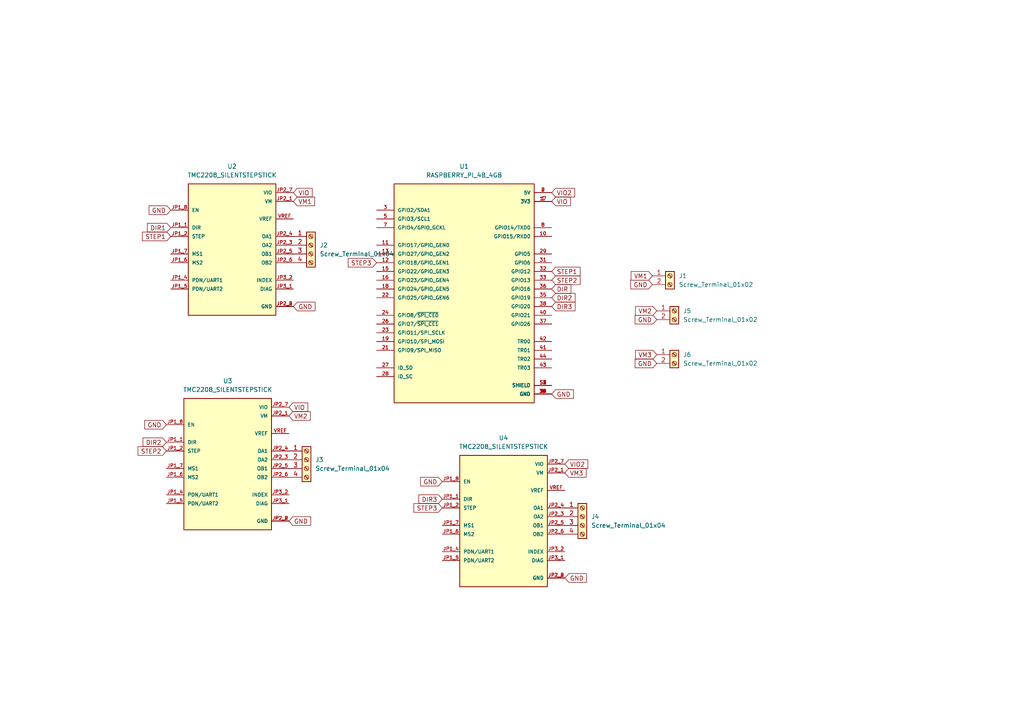
<source format=kicad_sch>
(kicad_sch
	(version 20250114)
	(generator "eeschema")
	(generator_version "9.0")
	(uuid "3d833ca5-6dcb-4c15-9724-4e2ef4fc370a")
	(paper "A4")
	(lib_symbols
		(symbol "Connector:Screw_Terminal_01x02"
			(pin_names
				(offset 1.016)
				(hide yes)
			)
			(exclude_from_sim no)
			(in_bom yes)
			(on_board yes)
			(property "Reference" "J"
				(at 0 2.54 0)
				(effects
					(font
						(size 1.27 1.27)
					)
				)
			)
			(property "Value" "Screw_Terminal_01x02"
				(at 0 -5.08 0)
				(effects
					(font
						(size 1.27 1.27)
					)
				)
			)
			(property "Footprint" ""
				(at 0 0 0)
				(effects
					(font
						(size 1.27 1.27)
					)
					(hide yes)
				)
			)
			(property "Datasheet" "~"
				(at 0 0 0)
				(effects
					(font
						(size 1.27 1.27)
					)
					(hide yes)
				)
			)
			(property "Description" "Generic screw terminal, single row, 01x02, script generated (kicad-library-utils/schlib/autogen/connector/)"
				(at 0 0 0)
				(effects
					(font
						(size 1.27 1.27)
					)
					(hide yes)
				)
			)
			(property "ki_keywords" "screw terminal"
				(at 0 0 0)
				(effects
					(font
						(size 1.27 1.27)
					)
					(hide yes)
				)
			)
			(property "ki_fp_filters" "TerminalBlock*:*"
				(at 0 0 0)
				(effects
					(font
						(size 1.27 1.27)
					)
					(hide yes)
				)
			)
			(symbol "Screw_Terminal_01x02_1_1"
				(rectangle
					(start -1.27 1.27)
					(end 1.27 -3.81)
					(stroke
						(width 0.254)
						(type default)
					)
					(fill
						(type background)
					)
				)
				(polyline
					(pts
						(xy -0.5334 0.3302) (xy 0.3302 -0.508)
					)
					(stroke
						(width 0.1524)
						(type default)
					)
					(fill
						(type none)
					)
				)
				(polyline
					(pts
						(xy -0.5334 -2.2098) (xy 0.3302 -3.048)
					)
					(stroke
						(width 0.1524)
						(type default)
					)
					(fill
						(type none)
					)
				)
				(polyline
					(pts
						(xy -0.3556 0.508) (xy 0.508 -0.3302)
					)
					(stroke
						(width 0.1524)
						(type default)
					)
					(fill
						(type none)
					)
				)
				(polyline
					(pts
						(xy -0.3556 -2.032) (xy 0.508 -2.8702)
					)
					(stroke
						(width 0.1524)
						(type default)
					)
					(fill
						(type none)
					)
				)
				(circle
					(center 0 0)
					(radius 0.635)
					(stroke
						(width 0.1524)
						(type default)
					)
					(fill
						(type none)
					)
				)
				(circle
					(center 0 -2.54)
					(radius 0.635)
					(stroke
						(width 0.1524)
						(type default)
					)
					(fill
						(type none)
					)
				)
				(pin passive line
					(at -5.08 0 0)
					(length 3.81)
					(name "Pin_1"
						(effects
							(font
								(size 1.27 1.27)
							)
						)
					)
					(number "1"
						(effects
							(font
								(size 1.27 1.27)
							)
						)
					)
				)
				(pin passive line
					(at -5.08 -2.54 0)
					(length 3.81)
					(name "Pin_2"
						(effects
							(font
								(size 1.27 1.27)
							)
						)
					)
					(number "2"
						(effects
							(font
								(size 1.27 1.27)
							)
						)
					)
				)
			)
			(embedded_fonts no)
		)
		(symbol "Connector:Screw_Terminal_01x04"
			(pin_names
				(offset 1.016)
				(hide yes)
			)
			(exclude_from_sim no)
			(in_bom yes)
			(on_board yes)
			(property "Reference" "J"
				(at 0 5.08 0)
				(effects
					(font
						(size 1.27 1.27)
					)
				)
			)
			(property "Value" "Screw_Terminal_01x04"
				(at 0 -7.62 0)
				(effects
					(font
						(size 1.27 1.27)
					)
				)
			)
			(property "Footprint" ""
				(at 0 0 0)
				(effects
					(font
						(size 1.27 1.27)
					)
					(hide yes)
				)
			)
			(property "Datasheet" "~"
				(at 0 0 0)
				(effects
					(font
						(size 1.27 1.27)
					)
					(hide yes)
				)
			)
			(property "Description" "Generic screw terminal, single row, 01x04, script generated (kicad-library-utils/schlib/autogen/connector/)"
				(at 0 0 0)
				(effects
					(font
						(size 1.27 1.27)
					)
					(hide yes)
				)
			)
			(property "ki_keywords" "screw terminal"
				(at 0 0 0)
				(effects
					(font
						(size 1.27 1.27)
					)
					(hide yes)
				)
			)
			(property "ki_fp_filters" "TerminalBlock*:*"
				(at 0 0 0)
				(effects
					(font
						(size 1.27 1.27)
					)
					(hide yes)
				)
			)
			(symbol "Screw_Terminal_01x04_1_1"
				(rectangle
					(start -1.27 3.81)
					(end 1.27 -6.35)
					(stroke
						(width 0.254)
						(type default)
					)
					(fill
						(type background)
					)
				)
				(polyline
					(pts
						(xy -0.5334 2.8702) (xy 0.3302 2.032)
					)
					(stroke
						(width 0.1524)
						(type default)
					)
					(fill
						(type none)
					)
				)
				(polyline
					(pts
						(xy -0.5334 0.3302) (xy 0.3302 -0.508)
					)
					(stroke
						(width 0.1524)
						(type default)
					)
					(fill
						(type none)
					)
				)
				(polyline
					(pts
						(xy -0.5334 -2.2098) (xy 0.3302 -3.048)
					)
					(stroke
						(width 0.1524)
						(type default)
					)
					(fill
						(type none)
					)
				)
				(polyline
					(pts
						(xy -0.5334 -4.7498) (xy 0.3302 -5.588)
					)
					(stroke
						(width 0.1524)
						(type default)
					)
					(fill
						(type none)
					)
				)
				(polyline
					(pts
						(xy -0.3556 3.048) (xy 0.508 2.2098)
					)
					(stroke
						(width 0.1524)
						(type default)
					)
					(fill
						(type none)
					)
				)
				(polyline
					(pts
						(xy -0.3556 0.508) (xy 0.508 -0.3302)
					)
					(stroke
						(width 0.1524)
						(type default)
					)
					(fill
						(type none)
					)
				)
				(polyline
					(pts
						(xy -0.3556 -2.032) (xy 0.508 -2.8702)
					)
					(stroke
						(width 0.1524)
						(type default)
					)
					(fill
						(type none)
					)
				)
				(polyline
					(pts
						(xy -0.3556 -4.572) (xy 0.508 -5.4102)
					)
					(stroke
						(width 0.1524)
						(type default)
					)
					(fill
						(type none)
					)
				)
				(circle
					(center 0 2.54)
					(radius 0.635)
					(stroke
						(width 0.1524)
						(type default)
					)
					(fill
						(type none)
					)
				)
				(circle
					(center 0 0)
					(radius 0.635)
					(stroke
						(width 0.1524)
						(type default)
					)
					(fill
						(type none)
					)
				)
				(circle
					(center 0 -2.54)
					(radius 0.635)
					(stroke
						(width 0.1524)
						(type default)
					)
					(fill
						(type none)
					)
				)
				(circle
					(center 0 -5.08)
					(radius 0.635)
					(stroke
						(width 0.1524)
						(type default)
					)
					(fill
						(type none)
					)
				)
				(pin passive line
					(at -5.08 2.54 0)
					(length 3.81)
					(name "Pin_1"
						(effects
							(font
								(size 1.27 1.27)
							)
						)
					)
					(number "1"
						(effects
							(font
								(size 1.27 1.27)
							)
						)
					)
				)
				(pin passive line
					(at -5.08 0 0)
					(length 3.81)
					(name "Pin_2"
						(effects
							(font
								(size 1.27 1.27)
							)
						)
					)
					(number "2"
						(effects
							(font
								(size 1.27 1.27)
							)
						)
					)
				)
				(pin passive line
					(at -5.08 -2.54 0)
					(length 3.81)
					(name "Pin_3"
						(effects
							(font
								(size 1.27 1.27)
							)
						)
					)
					(number "3"
						(effects
							(font
								(size 1.27 1.27)
							)
						)
					)
				)
				(pin passive line
					(at -5.08 -5.08 0)
					(length 3.81)
					(name "Pin_4"
						(effects
							(font
								(size 1.27 1.27)
							)
						)
					)
					(number "4"
						(effects
							(font
								(size 1.27 1.27)
							)
						)
					)
				)
			)
			(embedded_fonts no)
		)
		(symbol "Pi 4:RASPBERRY_PI_4B_4GB"
			(pin_names
				(offset 1.016)
			)
			(exclude_from_sim no)
			(in_bom yes)
			(on_board yes)
			(property "Reference" "U"
				(at -20.32 33.528 0)
				(effects
					(font
						(size 1.27 1.27)
					)
					(justify left bottom)
				)
			)
			(property "Value" "RASPBERRY_PI_4B_4GB"
				(at -20.32 -33.02 0)
				(effects
					(font
						(size 1.27 1.27)
					)
					(justify left bottom)
				)
			)
			(property "Footprint" "RASPBERRY_PI_4B_4GB:MODULE_RASPBERRY_PI_4B_4GB"
				(at 0 0 0)
				(effects
					(font
						(size 1.27 1.27)
					)
					(justify bottom)
					(hide yes)
				)
			)
			(property "Datasheet" ""
				(at 0 0 0)
				(effects
					(font
						(size 1.27 1.27)
					)
					(hide yes)
				)
			)
			(property "Description" ""
				(at 0 0 0)
				(effects
					(font
						(size 1.27 1.27)
					)
					(hide yes)
				)
			)
			(property "MF" "Raspberry Pi"
				(at 0 0 0)
				(effects
					(font
						(size 1.27 1.27)
					)
					(justify bottom)
					(hide yes)
				)
			)
			(property "MAXIMUM_PACKAGE_HEIGHT" "16 mm"
				(at 0 0 0)
				(effects
					(font
						(size 1.27 1.27)
					)
					(justify bottom)
					(hide yes)
				)
			)
			(property "Package" "None"
				(at 0 0 0)
				(effects
					(font
						(size 1.27 1.27)
					)
					(justify bottom)
					(hide yes)
				)
			)
			(property "Price" "None"
				(at 0 0 0)
				(effects
					(font
						(size 1.27 1.27)
					)
					(justify bottom)
					(hide yes)
				)
			)
			(property "Check_prices" "https://www.snapeda.com/parts/RASPBERRY%20PI%204B/4GB/Raspberry+Pi/view-part/?ref=eda"
				(at 0 0 0)
				(effects
					(font
						(size 1.27 1.27)
					)
					(justify bottom)
					(hide yes)
				)
			)
			(property "STANDARD" "Manufacturer Recommendations"
				(at 0 0 0)
				(effects
					(font
						(size 1.27 1.27)
					)
					(justify bottom)
					(hide yes)
				)
			)
			(property "PARTREV" "4"
				(at 0 0 0)
				(effects
					(font
						(size 1.27 1.27)
					)
					(justify bottom)
					(hide yes)
				)
			)
			(property "SnapEDA_Link" "https://www.snapeda.com/parts/RASPBERRY%20PI%204B/4GB/Raspberry+Pi/view-part/?ref=snap"
				(at 0 0 0)
				(effects
					(font
						(size 1.27 1.27)
					)
					(justify bottom)
					(hide yes)
				)
			)
			(property "MP" "RASPBERRY PI 4B/4GB"
				(at 0 0 0)
				(effects
					(font
						(size 1.27 1.27)
					)
					(justify bottom)
					(hide yes)
				)
			)
			(property "Description_1" "BCM2711 Raspberry Pi 4 Model B 4GB - ARM® Cortex®-A72 MPU Embedded Evaluation Board"
				(at 0 0 0)
				(effects
					(font
						(size 1.27 1.27)
					)
					(justify bottom)
					(hide yes)
				)
			)
			(property "MANUFACTURER" "Raspberry Pi"
				(at 0 0 0)
				(effects
					(font
						(size 1.27 1.27)
					)
					(justify bottom)
					(hide yes)
				)
			)
			(property "Availability" "Not in stock"
				(at 0 0 0)
				(effects
					(font
						(size 1.27 1.27)
					)
					(justify bottom)
					(hide yes)
				)
			)
			(property "SNAPEDA_PN" "RASPBERRY PI 4B/4GB"
				(at 0 0 0)
				(effects
					(font
						(size 1.27 1.27)
					)
					(justify bottom)
					(hide yes)
				)
			)
			(symbol "RASPBERRY_PI_4B_4GB_0_0"
				(rectangle
					(start -20.32 -30.48)
					(end 20.32 33.02)
					(stroke
						(width 0.254)
						(type default)
					)
					(fill
						(type background)
					)
				)
				(pin bidirectional line
					(at -25.4 25.4 0)
					(length 5.08)
					(name "GPIO2/SDA1"
						(effects
							(font
								(size 1.016 1.016)
							)
						)
					)
					(number "3"
						(effects
							(font
								(size 1.016 1.016)
							)
						)
					)
				)
				(pin bidirectional line
					(at -25.4 22.86 0)
					(length 5.08)
					(name "GPIO3/SCL1"
						(effects
							(font
								(size 1.016 1.016)
							)
						)
					)
					(number "5"
						(effects
							(font
								(size 1.016 1.016)
							)
						)
					)
				)
				(pin bidirectional line
					(at -25.4 20.32 0)
					(length 5.08)
					(name "GPIO4/GPIO_GCKL"
						(effects
							(font
								(size 1.016 1.016)
							)
						)
					)
					(number "7"
						(effects
							(font
								(size 1.016 1.016)
							)
						)
					)
				)
				(pin bidirectional line
					(at -25.4 15.24 0)
					(length 5.08)
					(name "GPIO17/GPIO_GEN0"
						(effects
							(font
								(size 1.016 1.016)
							)
						)
					)
					(number "11"
						(effects
							(font
								(size 1.016 1.016)
							)
						)
					)
				)
				(pin bidirectional line
					(at -25.4 12.7 0)
					(length 5.08)
					(name "GPIO27/GPIO_GEN2"
						(effects
							(font
								(size 1.016 1.016)
							)
						)
					)
					(number "13"
						(effects
							(font
								(size 1.016 1.016)
							)
						)
					)
				)
				(pin bidirectional line
					(at -25.4 10.16 0)
					(length 5.08)
					(name "GPIO18/GPIO_GEN1"
						(effects
							(font
								(size 1.016 1.016)
							)
						)
					)
					(number "12"
						(effects
							(font
								(size 1.016 1.016)
							)
						)
					)
				)
				(pin bidirectional line
					(at -25.4 7.62 0)
					(length 5.08)
					(name "GPIO22/GPIO_GEN3"
						(effects
							(font
								(size 1.016 1.016)
							)
						)
					)
					(number "15"
						(effects
							(font
								(size 1.016 1.016)
							)
						)
					)
				)
				(pin bidirectional line
					(at -25.4 5.08 0)
					(length 5.08)
					(name "GPIO23/GPIO_GEN4"
						(effects
							(font
								(size 1.016 1.016)
							)
						)
					)
					(number "16"
						(effects
							(font
								(size 1.016 1.016)
							)
						)
					)
				)
				(pin bidirectional line
					(at -25.4 2.54 0)
					(length 5.08)
					(name "GPIO24/GPIO_GEN5"
						(effects
							(font
								(size 1.016 1.016)
							)
						)
					)
					(number "18"
						(effects
							(font
								(size 1.016 1.016)
							)
						)
					)
				)
				(pin bidirectional line
					(at -25.4 0 0)
					(length 5.08)
					(name "GPIO25/GPIO_GEN6"
						(effects
							(font
								(size 1.016 1.016)
							)
						)
					)
					(number "22"
						(effects
							(font
								(size 1.016 1.016)
							)
						)
					)
				)
				(pin bidirectional line
					(at -25.4 -5.08 0)
					(length 5.08)
					(name "GPIO8/~{SPI_CE0}"
						(effects
							(font
								(size 1.016 1.016)
							)
						)
					)
					(number "24"
						(effects
							(font
								(size 1.016 1.016)
							)
						)
					)
				)
				(pin bidirectional line
					(at -25.4 -7.62 0)
					(length 5.08)
					(name "GPIO7/~{SPI_CE1}"
						(effects
							(font
								(size 1.016 1.016)
							)
						)
					)
					(number "26"
						(effects
							(font
								(size 1.016 1.016)
							)
						)
					)
				)
				(pin bidirectional line
					(at -25.4 -10.16 0)
					(length 5.08)
					(name "GPIO11/SPI_SCLK"
						(effects
							(font
								(size 1.016 1.016)
							)
						)
					)
					(number "23"
						(effects
							(font
								(size 1.016 1.016)
							)
						)
					)
				)
				(pin bidirectional line
					(at -25.4 -12.7 0)
					(length 5.08)
					(name "GPIO10/SPI_MOSI"
						(effects
							(font
								(size 1.016 1.016)
							)
						)
					)
					(number "19"
						(effects
							(font
								(size 1.016 1.016)
							)
						)
					)
				)
				(pin bidirectional line
					(at -25.4 -15.24 0)
					(length 5.08)
					(name "GPIO9/SPI_MISO"
						(effects
							(font
								(size 1.016 1.016)
							)
						)
					)
					(number "21"
						(effects
							(font
								(size 1.016 1.016)
							)
						)
					)
				)
				(pin bidirectional line
					(at -25.4 -20.32 0)
					(length 5.08)
					(name "ID_SD"
						(effects
							(font
								(size 1.016 1.016)
							)
						)
					)
					(number "27"
						(effects
							(font
								(size 1.016 1.016)
							)
						)
					)
				)
				(pin bidirectional line
					(at -25.4 -22.86 0)
					(length 5.08)
					(name "ID_SC"
						(effects
							(font
								(size 1.016 1.016)
							)
						)
					)
					(number "28"
						(effects
							(font
								(size 1.016 1.016)
							)
						)
					)
				)
				(pin power_in line
					(at 25.4 30.48 180)
					(length 5.08)
					(name "5V"
						(effects
							(font
								(size 1.016 1.016)
							)
						)
					)
					(number "2"
						(effects
							(font
								(size 1.016 1.016)
							)
						)
					)
				)
				(pin power_in line
					(at 25.4 30.48 180)
					(length 5.08)
					(name "5V"
						(effects
							(font
								(size 1.016 1.016)
							)
						)
					)
					(number "4"
						(effects
							(font
								(size 1.016 1.016)
							)
						)
					)
				)
				(pin power_in line
					(at 25.4 27.94 180)
					(length 5.08)
					(name "3V3"
						(effects
							(font
								(size 1.016 1.016)
							)
						)
					)
					(number "1"
						(effects
							(font
								(size 1.016 1.016)
							)
						)
					)
				)
				(pin power_in line
					(at 25.4 27.94 180)
					(length 5.08)
					(name "3V3"
						(effects
							(font
								(size 1.016 1.016)
							)
						)
					)
					(number "17"
						(effects
							(font
								(size 1.016 1.016)
							)
						)
					)
				)
				(pin bidirectional line
					(at 25.4 20.32 180)
					(length 5.08)
					(name "GPIO14/TXD0"
						(effects
							(font
								(size 1.016 1.016)
							)
						)
					)
					(number "8"
						(effects
							(font
								(size 1.016 1.016)
							)
						)
					)
				)
				(pin bidirectional line
					(at 25.4 17.78 180)
					(length 5.08)
					(name "GPIO15/RXD0"
						(effects
							(font
								(size 1.016 1.016)
							)
						)
					)
					(number "10"
						(effects
							(font
								(size 1.016 1.016)
							)
						)
					)
				)
				(pin bidirectional line
					(at 25.4 12.7 180)
					(length 5.08)
					(name "GPIO5"
						(effects
							(font
								(size 1.016 1.016)
							)
						)
					)
					(number "29"
						(effects
							(font
								(size 1.016 1.016)
							)
						)
					)
				)
				(pin bidirectional line
					(at 25.4 10.16 180)
					(length 5.08)
					(name "GPIO6"
						(effects
							(font
								(size 1.016 1.016)
							)
						)
					)
					(number "31"
						(effects
							(font
								(size 1.016 1.016)
							)
						)
					)
				)
				(pin bidirectional line
					(at 25.4 7.62 180)
					(length 5.08)
					(name "GPIO12"
						(effects
							(font
								(size 1.016 1.016)
							)
						)
					)
					(number "32"
						(effects
							(font
								(size 1.016 1.016)
							)
						)
					)
				)
				(pin bidirectional line
					(at 25.4 5.08 180)
					(length 5.08)
					(name "GPIO13"
						(effects
							(font
								(size 1.016 1.016)
							)
						)
					)
					(number "33"
						(effects
							(font
								(size 1.016 1.016)
							)
						)
					)
				)
				(pin bidirectional line
					(at 25.4 2.54 180)
					(length 5.08)
					(name "GPIO16"
						(effects
							(font
								(size 1.016 1.016)
							)
						)
					)
					(number "36"
						(effects
							(font
								(size 1.016 1.016)
							)
						)
					)
				)
				(pin bidirectional line
					(at 25.4 0 180)
					(length 5.08)
					(name "GPIO19"
						(effects
							(font
								(size 1.016 1.016)
							)
						)
					)
					(number "35"
						(effects
							(font
								(size 1.016 1.016)
							)
						)
					)
				)
				(pin bidirectional line
					(at 25.4 -2.54 180)
					(length 5.08)
					(name "GPIO20"
						(effects
							(font
								(size 1.016 1.016)
							)
						)
					)
					(number "38"
						(effects
							(font
								(size 1.016 1.016)
							)
						)
					)
				)
				(pin bidirectional line
					(at 25.4 -5.08 180)
					(length 5.08)
					(name "GPIO21"
						(effects
							(font
								(size 1.016 1.016)
							)
						)
					)
					(number "40"
						(effects
							(font
								(size 1.016 1.016)
							)
						)
					)
				)
				(pin bidirectional line
					(at 25.4 -7.62 180)
					(length 5.08)
					(name "GPIO26"
						(effects
							(font
								(size 1.016 1.016)
							)
						)
					)
					(number "37"
						(effects
							(font
								(size 1.016 1.016)
							)
						)
					)
				)
				(pin bidirectional line
					(at 25.4 -12.7 180)
					(length 5.08)
					(name "TR00"
						(effects
							(font
								(size 1.016 1.016)
							)
						)
					)
					(number "42"
						(effects
							(font
								(size 1.016 1.016)
							)
						)
					)
				)
				(pin bidirectional line
					(at 25.4 -15.24 180)
					(length 5.08)
					(name "TR01"
						(effects
							(font
								(size 1.016 1.016)
							)
						)
					)
					(number "41"
						(effects
							(font
								(size 1.016 1.016)
							)
						)
					)
				)
				(pin bidirectional line
					(at 25.4 -17.78 180)
					(length 5.08)
					(name "TR02"
						(effects
							(font
								(size 1.016 1.016)
							)
						)
					)
					(number "44"
						(effects
							(font
								(size 1.016 1.016)
							)
						)
					)
				)
				(pin bidirectional line
					(at 25.4 -20.32 180)
					(length 5.08)
					(name "TR03"
						(effects
							(font
								(size 1.016 1.016)
							)
						)
					)
					(number "43"
						(effects
							(font
								(size 1.016 1.016)
							)
						)
					)
				)
				(pin power_in line
					(at 25.4 -25.4 180)
					(length 5.08)
					(name "SHIELD"
						(effects
							(font
								(size 1.016 1.016)
							)
						)
					)
					(number "S1"
						(effects
							(font
								(size 1.016 1.016)
							)
						)
					)
				)
				(pin power_in line
					(at 25.4 -25.4 180)
					(length 5.08)
					(name "SHIELD"
						(effects
							(font
								(size 1.016 1.016)
							)
						)
					)
					(number "S2"
						(effects
							(font
								(size 1.016 1.016)
							)
						)
					)
				)
				(pin power_in line
					(at 25.4 -25.4 180)
					(length 5.08)
					(name "SHIELD"
						(effects
							(font
								(size 1.016 1.016)
							)
						)
					)
					(number "S3"
						(effects
							(font
								(size 1.016 1.016)
							)
						)
					)
				)
				(pin power_in line
					(at 25.4 -25.4 180)
					(length 5.08)
					(name "SHIELD"
						(effects
							(font
								(size 1.016 1.016)
							)
						)
					)
					(number "S4"
						(effects
							(font
								(size 1.016 1.016)
							)
						)
					)
				)
				(pin power_in line
					(at 25.4 -27.94 180)
					(length 5.08)
					(name "GND"
						(effects
							(font
								(size 1.016 1.016)
							)
						)
					)
					(number "14"
						(effects
							(font
								(size 1.016 1.016)
							)
						)
					)
				)
				(pin power_in line
					(at 25.4 -27.94 180)
					(length 5.08)
					(name "GND"
						(effects
							(font
								(size 1.016 1.016)
							)
						)
					)
					(number "20"
						(effects
							(font
								(size 1.016 1.016)
							)
						)
					)
				)
				(pin power_in line
					(at 25.4 -27.94 180)
					(length 5.08)
					(name "GND"
						(effects
							(font
								(size 1.016 1.016)
							)
						)
					)
					(number "25"
						(effects
							(font
								(size 1.016 1.016)
							)
						)
					)
				)
				(pin power_in line
					(at 25.4 -27.94 180)
					(length 5.08)
					(name "GND"
						(effects
							(font
								(size 1.016 1.016)
							)
						)
					)
					(number "30"
						(effects
							(font
								(size 1.016 1.016)
							)
						)
					)
				)
				(pin power_in line
					(at 25.4 -27.94 180)
					(length 5.08)
					(name "GND"
						(effects
							(font
								(size 1.016 1.016)
							)
						)
					)
					(number "34"
						(effects
							(font
								(size 1.016 1.016)
							)
						)
					)
				)
				(pin power_in line
					(at 25.4 -27.94 180)
					(length 5.08)
					(name "GND"
						(effects
							(font
								(size 1.016 1.016)
							)
						)
					)
					(number "39"
						(effects
							(font
								(size 1.016 1.016)
							)
						)
					)
				)
				(pin power_in line
					(at 25.4 -27.94 180)
					(length 5.08)
					(name "GND"
						(effects
							(font
								(size 1.016 1.016)
							)
						)
					)
					(number "6"
						(effects
							(font
								(size 1.016 1.016)
							)
						)
					)
				)
				(pin power_in line
					(at 25.4 -27.94 180)
					(length 5.08)
					(name "GND"
						(effects
							(font
								(size 1.016 1.016)
							)
						)
					)
					(number "9"
						(effects
							(font
								(size 1.016 1.016)
							)
						)
					)
				)
			)
			(embedded_fonts no)
		)
		(symbol "TMC2208:TMC2208_SILENTSTEPSTICK"
			(pin_names
				(offset 1.016)
			)
			(exclude_from_sim no)
			(in_bom yes)
			(on_board yes)
			(property "Reference" "U"
				(at -12.7 19.05 0)
				(effects
					(font
						(size 1.27 1.27)
					)
					(justify left bottom)
				)
			)
			(property "Value" "TMC2208_SILENTSTEPSTICK"
				(at -12.7 -22.86 0)
				(effects
					(font
						(size 1.27 1.27)
					)
					(justify left bottom)
				)
			)
			(property "Footprint" "TMC2208_SILENTSTEPSTICK:MODULE_TMC2208_SILENTSTEPSTICK"
				(at 0 0 0)
				(effects
					(font
						(size 1.27 1.27)
					)
					(justify bottom)
					(hide yes)
				)
			)
			(property "Datasheet" ""
				(at 0 0 0)
				(effects
					(font
						(size 1.27 1.27)
					)
					(hide yes)
				)
			)
			(property "Description" ""
				(at 0 0 0)
				(effects
					(font
						(size 1.27 1.27)
					)
					(hide yes)
				)
			)
			(property "MF" "Trinamic Motion"
				(at 0 0 0)
				(effects
					(font
						(size 1.27 1.27)
					)
					(justify bottom)
					(hide yes)
				)
			)
			(property "Description_1" "TMC2208 Motor Controller/Driver, Stepper Power Management Evaluation Board"
				(at 0 0 0)
				(effects
					(font
						(size 1.27 1.27)
					)
					(justify bottom)
					(hide yes)
				)
			)
			(property "Package" "None"
				(at 0 0 0)
				(effects
					(font
						(size 1.27 1.27)
					)
					(justify bottom)
					(hide yes)
				)
			)
			(property "Price" "None"
				(at 0 0 0)
				(effects
					(font
						(size 1.27 1.27)
					)
					(justify bottom)
					(hide yes)
				)
			)
			(property "Check_prices" "https://www.snapeda.com/parts/TMC2208%20SILENTSTEPSTICK/Trinamic/view-part/?ref=eda"
				(at 0 0 0)
				(effects
					(font
						(size 1.27 1.27)
					)
					(justify bottom)
					(hide yes)
				)
			)
			(property "SnapEDA_Link" "https://www.snapeda.com/parts/TMC2208%20SILENTSTEPSTICK/Trinamic/view-part/?ref=snap"
				(at 0 0 0)
				(effects
					(font
						(size 1.27 1.27)
					)
					(justify bottom)
					(hide yes)
				)
			)
			(property "MP" "TMC2208 SILENTSTEPSTICK"
				(at 0 0 0)
				(effects
					(font
						(size 1.27 1.27)
					)
					(justify bottom)
					(hide yes)
				)
			)
			(property "Availability" "In Stock"
				(at 0 0 0)
				(effects
					(font
						(size 1.27 1.27)
					)
					(justify bottom)
					(hide yes)
				)
			)
			(property "MANUFACTURER" "Trinamic Motion"
				(at 0 0 0)
				(effects
					(font
						(size 1.27 1.27)
					)
					(justify bottom)
					(hide yes)
				)
			)
			(symbol "TMC2208_SILENTSTEPSTICK_0_0"
				(rectangle
					(start -12.7 -20.32)
					(end 12.7 17.78)
					(stroke
						(width 0.254)
						(type default)
					)
					(fill
						(type background)
					)
				)
				(pin input line
					(at -17.78 10.16 0)
					(length 5.08)
					(name "EN"
						(effects
							(font
								(size 1.016 1.016)
							)
						)
					)
					(number "JP1_8"
						(effects
							(font
								(size 1.016 1.016)
							)
						)
					)
				)
				(pin input line
					(at -17.78 5.08 0)
					(length 5.08)
					(name "DIR"
						(effects
							(font
								(size 1.016 1.016)
							)
						)
					)
					(number "JP1_1"
						(effects
							(font
								(size 1.016 1.016)
							)
						)
					)
				)
				(pin input line
					(at -17.78 2.54 0)
					(length 5.08)
					(name "STEP"
						(effects
							(font
								(size 1.016 1.016)
							)
						)
					)
					(number "JP1_2"
						(effects
							(font
								(size 1.016 1.016)
							)
						)
					)
				)
				(pin input line
					(at -17.78 -2.54 0)
					(length 5.08)
					(name "MS1"
						(effects
							(font
								(size 1.016 1.016)
							)
						)
					)
					(number "JP1_7"
						(effects
							(font
								(size 1.016 1.016)
							)
						)
					)
				)
				(pin input line
					(at -17.78 -5.08 0)
					(length 5.08)
					(name "MS2"
						(effects
							(font
								(size 1.016 1.016)
							)
						)
					)
					(number "JP1_6"
						(effects
							(font
								(size 1.016 1.016)
							)
						)
					)
				)
				(pin bidirectional line
					(at -17.78 -10.16 0)
					(length 5.08)
					(name "PDN/UART1"
						(effects
							(font
								(size 1.016 1.016)
							)
						)
					)
					(number "JP1_4"
						(effects
							(font
								(size 1.016 1.016)
							)
						)
					)
				)
				(pin bidirectional line
					(at -17.78 -12.7 0)
					(length 5.08)
					(name "PDN/UART2"
						(effects
							(font
								(size 1.016 1.016)
							)
						)
					)
					(number "JP1_5"
						(effects
							(font
								(size 1.016 1.016)
							)
						)
					)
				)
				(pin power_in line
					(at 17.78 15.24 180)
					(length 5.08)
					(name "VIO"
						(effects
							(font
								(size 1.016 1.016)
							)
						)
					)
					(number "JP2_7"
						(effects
							(font
								(size 1.016 1.016)
							)
						)
					)
				)
				(pin power_in line
					(at 17.78 12.7 180)
					(length 5.08)
					(name "VM"
						(effects
							(font
								(size 1.016 1.016)
							)
						)
					)
					(number "JP2_1"
						(effects
							(font
								(size 1.016 1.016)
							)
						)
					)
				)
				(pin passive line
					(at 17.78 7.62 180)
					(length 5.08)
					(name "VREF"
						(effects
							(font
								(size 1.016 1.016)
							)
						)
					)
					(number "VREF"
						(effects
							(font
								(size 1.016 1.016)
							)
						)
					)
				)
				(pin passive line
					(at 17.78 2.54 180)
					(length 5.08)
					(name "OA1"
						(effects
							(font
								(size 1.016 1.016)
							)
						)
					)
					(number "JP2_4"
						(effects
							(font
								(size 1.016 1.016)
							)
						)
					)
				)
				(pin passive line
					(at 17.78 0 180)
					(length 5.08)
					(name "OA2"
						(effects
							(font
								(size 1.016 1.016)
							)
						)
					)
					(number "JP2_3"
						(effects
							(font
								(size 1.016 1.016)
							)
						)
					)
				)
				(pin passive line
					(at 17.78 -2.54 180)
					(length 5.08)
					(name "OB1"
						(effects
							(font
								(size 1.016 1.016)
							)
						)
					)
					(number "JP2_5"
						(effects
							(font
								(size 1.016 1.016)
							)
						)
					)
				)
				(pin passive line
					(at 17.78 -5.08 180)
					(length 5.08)
					(name "OB2"
						(effects
							(font
								(size 1.016 1.016)
							)
						)
					)
					(number "JP2_6"
						(effects
							(font
								(size 1.016 1.016)
							)
						)
					)
				)
				(pin output line
					(at 17.78 -10.16 180)
					(length 5.08)
					(name "INDEX"
						(effects
							(font
								(size 1.016 1.016)
							)
						)
					)
					(number "JP3_2"
						(effects
							(font
								(size 1.016 1.016)
							)
						)
					)
				)
				(pin output line
					(at 17.78 -12.7 180)
					(length 5.08)
					(name "DIAG"
						(effects
							(font
								(size 1.016 1.016)
							)
						)
					)
					(number "JP3_1"
						(effects
							(font
								(size 1.016 1.016)
							)
						)
					)
				)
				(pin power_in line
					(at 17.78 -17.78 180)
					(length 5.08)
					(name "GND"
						(effects
							(font
								(size 1.016 1.016)
							)
						)
					)
					(number "JP2_2"
						(effects
							(font
								(size 1.016 1.016)
							)
						)
					)
				)
				(pin power_in line
					(at 17.78 -17.78 180)
					(length 5.08)
					(name "GND"
						(effects
							(font
								(size 1.016 1.016)
							)
						)
					)
					(number "JP2_8"
						(effects
							(font
								(size 1.016 1.016)
							)
						)
					)
				)
			)
			(embedded_fonts no)
		)
	)
	(global_label "VM1"
		(shape input)
		(at 189.23 80.01 180)
		(fields_autoplaced yes)
		(effects
			(font
				(size 1.27 1.27)
			)
			(justify right)
		)
		(uuid "0663a3d5-8c86-40e4-9c9f-857388430968")
		(property "Intersheetrefs" "${INTERSHEET_REFS}"
			(at 182.4953 80.01 0)
			(effects
				(font
					(size 1.27 1.27)
				)
				(justify right)
				(hide yes)
			)
		)
	)
	(global_label "GND"
		(shape input)
		(at 85.09 88.9 0)
		(fields_autoplaced yes)
		(effects
			(font
				(size 1.27 1.27)
			)
			(justify left)
		)
		(uuid "0a52ce31-f3dd-4e1f-8a1b-23c2b8d4d18f")
		(property "Intersheetrefs" "${INTERSHEET_REFS}"
			(at 91.9457 88.9 0)
			(effects
				(font
					(size 1.27 1.27)
				)
				(justify left)
				(hide yes)
			)
		)
	)
	(global_label "VIO"
		(shape input)
		(at 83.82 118.11 0)
		(fields_autoplaced yes)
		(effects
			(font
				(size 1.27 1.27)
			)
			(justify left)
		)
		(uuid "179043a3-3161-4705-8e9b-309cc5afa990")
		(property "Intersheetrefs" "${INTERSHEET_REFS}"
			(at 89.8291 118.11 0)
			(effects
				(font
					(size 1.27 1.27)
				)
				(justify left)
				(hide yes)
			)
		)
	)
	(global_label "GND"
		(shape input)
		(at 190.5 105.41 180)
		(fields_autoplaced yes)
		(effects
			(font
				(size 1.27 1.27)
			)
			(justify right)
		)
		(uuid "17cd505f-d04a-4822-829d-2cae8ba661f5")
		(property "Intersheetrefs" "${INTERSHEET_REFS}"
			(at 183.6443 105.41 0)
			(effects
				(font
					(size 1.27 1.27)
				)
				(justify right)
				(hide yes)
			)
		)
	)
	(global_label "DIR1"
		(shape input)
		(at 49.53 66.04 180)
		(fields_autoplaced yes)
		(effects
			(font
				(size 1.27 1.27)
			)
			(justify right)
		)
		(uuid "18bd7bd3-3571-4fca-8fbb-3fd42e8e4bb3")
		(property "Intersheetrefs" "${INTERSHEET_REFS}"
			(at 42.1905 66.04 0)
			(effects
				(font
					(size 1.27 1.27)
				)
				(justify right)
				(hide yes)
			)
		)
	)
	(global_label "VM3"
		(shape input)
		(at 163.83 137.16 0)
		(fields_autoplaced yes)
		(effects
			(font
				(size 1.27 1.27)
			)
			(justify left)
		)
		(uuid "2542fdb6-ff26-41ed-88fe-341abee0dd99")
		(property "Intersheetrefs" "${INTERSHEET_REFS}"
			(at 170.5647 137.16 0)
			(effects
				(font
					(size 1.27 1.27)
				)
				(justify left)
				(hide yes)
			)
		)
	)
	(global_label "VM2"
		(shape input)
		(at 190.5 90.17 180)
		(fields_autoplaced yes)
		(effects
			(font
				(size 1.27 1.27)
			)
			(justify right)
		)
		(uuid "2e755019-120a-40f6-a8be-1e0301d75c98")
		(property "Intersheetrefs" "${INTERSHEET_REFS}"
			(at 183.7653 90.17 0)
			(effects
				(font
					(size 1.27 1.27)
				)
				(justify right)
				(hide yes)
			)
		)
	)
	(global_label "GND"
		(shape input)
		(at 128.27 139.7 180)
		(fields_autoplaced yes)
		(effects
			(font
				(size 1.27 1.27)
			)
			(justify right)
		)
		(uuid "326e9a78-3496-4c9a-9897-e4504900665f")
		(property "Intersheetrefs" "${INTERSHEET_REFS}"
			(at 121.4143 139.7 0)
			(effects
				(font
					(size 1.27 1.27)
				)
				(justify right)
				(hide yes)
			)
		)
	)
	(global_label "VIO2"
		(shape input)
		(at 160.02 55.88 0)
		(fields_autoplaced yes)
		(effects
			(font
				(size 1.27 1.27)
			)
			(justify left)
		)
		(uuid "47747727-306e-4fb9-9e39-022ed06e5f20")
		(property "Intersheetrefs" "${INTERSHEET_REFS}"
			(at 167.2386 55.88 0)
			(effects
				(font
					(size 1.27 1.27)
				)
				(justify left)
				(hide yes)
			)
		)
	)
	(global_label "GND"
		(shape input)
		(at 48.26 123.19 180)
		(fields_autoplaced yes)
		(effects
			(font
				(size 1.27 1.27)
			)
			(justify right)
		)
		(uuid "545eb659-2208-415e-beaa-16287ad4528c")
		(property "Intersheetrefs" "${INTERSHEET_REFS}"
			(at 41.4043 123.19 0)
			(effects
				(font
					(size 1.27 1.27)
				)
				(justify right)
				(hide yes)
			)
		)
	)
	(global_label "VIO2"
		(shape input)
		(at 163.83 134.62 0)
		(fields_autoplaced yes)
		(effects
			(font
				(size 1.27 1.27)
			)
			(justify left)
		)
		(uuid "58818d28-6509-4703-adc1-d882d027ee18")
		(property "Intersheetrefs" "${INTERSHEET_REFS}"
			(at 171.0486 134.62 0)
			(effects
				(font
					(size 1.27 1.27)
				)
				(justify left)
				(hide yes)
			)
		)
	)
	(global_label "STEP2"
		(shape input)
		(at 160.02 81.28 0)
		(fields_autoplaced yes)
		(effects
			(font
				(size 1.27 1.27)
			)
			(justify left)
		)
		(uuid "5cf87db2-faac-4fe0-8f5a-bbeef0e09639")
		(property "Intersheetrefs" "${INTERSHEET_REFS}"
			(at 168.8108 81.28 0)
			(effects
				(font
					(size 1.27 1.27)
				)
				(justify left)
				(hide yes)
			)
		)
	)
	(global_label "STEP3"
		(shape input)
		(at 109.22 76.2 180)
		(fields_autoplaced yes)
		(effects
			(font
				(size 1.27 1.27)
			)
			(justify right)
		)
		(uuid "5fd52c62-ff92-4d1c-8487-58450735c46e")
		(property "Intersheetrefs" "${INTERSHEET_REFS}"
			(at 100.4292 76.2 0)
			(effects
				(font
					(size 1.27 1.27)
				)
				(justify right)
				(hide yes)
			)
		)
	)
	(global_label "DIR2"
		(shape input)
		(at 160.02 86.36 0)
		(fields_autoplaced yes)
		(effects
			(font
				(size 1.27 1.27)
			)
			(justify left)
		)
		(uuid "62fe7b2f-05c0-4cd5-bfc8-7a2a3633a2db")
		(property "Intersheetrefs" "${INTERSHEET_REFS}"
			(at 167.3595 86.36 0)
			(effects
				(font
					(size 1.27 1.27)
				)
				(justify left)
				(hide yes)
			)
		)
	)
	(global_label "DIR3"
		(shape input)
		(at 160.02 88.9 0)
		(fields_autoplaced yes)
		(effects
			(font
				(size 1.27 1.27)
			)
			(justify left)
		)
		(uuid "6abfa2e9-218a-4fac-8d5a-fd93bf12887f")
		(property "Intersheetrefs" "${INTERSHEET_REFS}"
			(at 167.3595 88.9 0)
			(effects
				(font
					(size 1.27 1.27)
				)
				(justify left)
				(hide yes)
			)
		)
	)
	(global_label "GND"
		(shape input)
		(at 49.53 60.96 180)
		(fields_autoplaced yes)
		(effects
			(font
				(size 1.27 1.27)
			)
			(justify right)
		)
		(uuid "70579cc4-7543-43cb-9a2a-c80fbb9bad8b")
		(property "Intersheetrefs" "${INTERSHEET_REFS}"
			(at 42.6743 60.96 0)
			(effects
				(font
					(size 1.27 1.27)
				)
				(justify right)
				(hide yes)
			)
		)
	)
	(global_label "DIR2"
		(shape input)
		(at 48.26 128.27 180)
		(fields_autoplaced yes)
		(effects
			(font
				(size 1.27 1.27)
			)
			(justify right)
		)
		(uuid "71c015f7-8953-4efa-bd18-13a30f1533fb")
		(property "Intersheetrefs" "${INTERSHEET_REFS}"
			(at 40.9205 128.27 0)
			(effects
				(font
					(size 1.27 1.27)
				)
				(justify right)
				(hide yes)
			)
		)
	)
	(global_label "VM2"
		(shape input)
		(at 83.82 120.65 0)
		(fields_autoplaced yes)
		(effects
			(font
				(size 1.27 1.27)
			)
			(justify left)
		)
		(uuid "7770bb14-5d00-4f32-98d0-e6e778bea338")
		(property "Intersheetrefs" "${INTERSHEET_REFS}"
			(at 90.5547 120.65 0)
			(effects
				(font
					(size 1.27 1.27)
				)
				(justify left)
				(hide yes)
			)
		)
	)
	(global_label "STEP1"
		(shape input)
		(at 160.02 78.74 0)
		(fields_autoplaced yes)
		(effects
			(font
				(size 1.27 1.27)
			)
			(justify left)
		)
		(uuid "7c8d6c05-6036-4c13-b5b2-fd7f2560c9ba")
		(property "Intersheetrefs" "${INTERSHEET_REFS}"
			(at 168.8108 78.74 0)
			(effects
				(font
					(size 1.27 1.27)
				)
				(justify left)
				(hide yes)
			)
		)
	)
	(global_label "STEP1"
		(shape input)
		(at 49.53 68.58 180)
		(fields_autoplaced yes)
		(effects
			(font
				(size 1.27 1.27)
			)
			(justify right)
		)
		(uuid "803a00e4-d199-4620-a566-e5157f1d902c")
		(property "Intersheetrefs" "${INTERSHEET_REFS}"
			(at 40.7392 68.58 0)
			(effects
				(font
					(size 1.27 1.27)
				)
				(justify right)
				(hide yes)
			)
		)
	)
	(global_label "GND"
		(shape input)
		(at 190.5 92.71 180)
		(fields_autoplaced yes)
		(effects
			(font
				(size 1.27 1.27)
			)
			(justify right)
		)
		(uuid "828920e5-a07d-4570-91a4-512c7d80a15c")
		(property "Intersheetrefs" "${INTERSHEET_REFS}"
			(at 183.6443 92.71 0)
			(effects
				(font
					(size 1.27 1.27)
				)
				(justify right)
				(hide yes)
			)
		)
	)
	(global_label "GND"
		(shape input)
		(at 163.83 167.64 0)
		(fields_autoplaced yes)
		(effects
			(font
				(size 1.27 1.27)
			)
			(justify left)
		)
		(uuid "8c6534a6-f75e-4c33-9dd3-54474a760dea")
		(property "Intersheetrefs" "${INTERSHEET_REFS}"
			(at 170.6857 167.64 0)
			(effects
				(font
					(size 1.27 1.27)
				)
				(justify left)
				(hide yes)
			)
		)
	)
	(global_label "VIO"
		(shape input)
		(at 160.02 58.42 0)
		(fields_autoplaced yes)
		(effects
			(font
				(size 1.27 1.27)
			)
			(justify left)
		)
		(uuid "8fb6891b-0ffd-4202-b23d-33fc53d3d3e5")
		(property "Intersheetrefs" "${INTERSHEET_REFS}"
			(at 166.0291 58.42 0)
			(effects
				(font
					(size 1.27 1.27)
				)
				(justify left)
				(hide yes)
			)
		)
	)
	(global_label "VM3"
		(shape input)
		(at 190.5 102.87 180)
		(fields_autoplaced yes)
		(effects
			(font
				(size 1.27 1.27)
			)
			(justify right)
		)
		(uuid "9e293097-75b7-4cea-9f30-3ed70ac5206a")
		(property "Intersheetrefs" "${INTERSHEET_REFS}"
			(at 183.7653 102.87 0)
			(effects
				(font
					(size 1.27 1.27)
				)
				(justify right)
				(hide yes)
			)
		)
	)
	(global_label "VM1"
		(shape input)
		(at 85.09 58.42 0)
		(fields_autoplaced yes)
		(effects
			(font
				(size 1.27 1.27)
			)
			(justify left)
		)
		(uuid "a844daec-d7c4-4e66-a92a-a589d110154e")
		(property "Intersheetrefs" "${INTERSHEET_REFS}"
			(at 91.8247 58.42 0)
			(effects
				(font
					(size 1.27 1.27)
				)
				(justify left)
				(hide yes)
			)
		)
	)
	(global_label "DIR3"
		(shape input)
		(at 128.27 144.78 180)
		(fields_autoplaced yes)
		(effects
			(font
				(size 1.27 1.27)
			)
			(justify right)
		)
		(uuid "afa168fa-5294-4f4a-8353-0be596b96483")
		(property "Intersheetrefs" "${INTERSHEET_REFS}"
			(at 120.9305 144.78 0)
			(effects
				(font
					(size 1.27 1.27)
				)
				(justify right)
				(hide yes)
			)
		)
	)
	(global_label "VIO"
		(shape input)
		(at 85.09 55.88 0)
		(fields_autoplaced yes)
		(effects
			(font
				(size 1.27 1.27)
			)
			(justify left)
		)
		(uuid "b2f061d5-81ea-4906-aa23-5aabdf4274b9")
		(property "Intersheetrefs" "${INTERSHEET_REFS}"
			(at 91.0991 55.88 0)
			(effects
				(font
					(size 1.27 1.27)
				)
				(justify left)
				(hide yes)
			)
		)
	)
	(global_label "GND"
		(shape input)
		(at 83.82 151.13 0)
		(fields_autoplaced yes)
		(effects
			(font
				(size 1.27 1.27)
			)
			(justify left)
		)
		(uuid "b8fe80cd-21bc-4939-9b32-3c80bae96b65")
		(property "Intersheetrefs" "${INTERSHEET_REFS}"
			(at 90.6757 151.13 0)
			(effects
				(font
					(size 1.27 1.27)
				)
				(justify left)
				(hide yes)
			)
		)
	)
	(global_label "GND"
		(shape input)
		(at 189.23 82.55 180)
		(fields_autoplaced yes)
		(effects
			(font
				(size 1.27 1.27)
			)
			(justify right)
		)
		(uuid "bbfc5be2-9dd6-440a-8b36-d1f2fa9b7afe")
		(property "Intersheetrefs" "${INTERSHEET_REFS}"
			(at 182.3743 82.55 0)
			(effects
				(font
					(size 1.27 1.27)
				)
				(justify right)
				(hide yes)
			)
		)
	)
	(global_label "STEP2"
		(shape input)
		(at 48.26 130.81 180)
		(fields_autoplaced yes)
		(effects
			(font
				(size 1.27 1.27)
			)
			(justify right)
		)
		(uuid "c7cf9eca-2f63-419b-85d0-34b52a20bc4f")
		(property "Intersheetrefs" "${INTERSHEET_REFS}"
			(at 39.4692 130.81 0)
			(effects
				(font
					(size 1.27 1.27)
				)
				(justify right)
				(hide yes)
			)
		)
	)
	(global_label "GND"
		(shape input)
		(at 160.02 114.3 0)
		(fields_autoplaced yes)
		(effects
			(font
				(size 1.27 1.27)
			)
			(justify left)
		)
		(uuid "cc1633e4-e0d7-4744-91a0-f6e62b43bfa2")
		(property "Intersheetrefs" "${INTERSHEET_REFS}"
			(at 166.8757 114.3 0)
			(effects
				(font
					(size 1.27 1.27)
				)
				(justify left)
				(hide yes)
			)
		)
	)
	(global_label "STEP3"
		(shape input)
		(at 128.27 147.32 180)
		(fields_autoplaced yes)
		(effects
			(font
				(size 1.27 1.27)
			)
			(justify right)
		)
		(uuid "f43617e8-468e-4ee1-bae6-92e23224d892")
		(property "Intersheetrefs" "${INTERSHEET_REFS}"
			(at 119.4792 147.32 0)
			(effects
				(font
					(size 1.27 1.27)
				)
				(justify right)
				(hide yes)
			)
		)
	)
	(global_label "DIR"
		(shape input)
		(at 160.02 83.82 0)
		(fields_autoplaced yes)
		(effects
			(font
				(size 1.27 1.27)
			)
			(justify left)
		)
		(uuid "fd8f0d30-94b3-47f2-b5e9-a81b5a0db34a")
		(property "Intersheetrefs" "${INTERSHEET_REFS}"
			(at 166.15 83.82 0)
			(effects
				(font
					(size 1.27 1.27)
				)
				(justify left)
				(hide yes)
			)
		)
	)
	(symbol
		(lib_id "Connector:Screw_Terminal_01x04")
		(at 168.91 149.86 0)
		(unit 1)
		(exclude_from_sim no)
		(in_bom yes)
		(on_board yes)
		(dnp no)
		(fields_autoplaced yes)
		(uuid "1a6c8d0b-a831-4ef6-9f77-f9a8a81d7724")
		(property "Reference" "J4"
			(at 171.45 149.8599 0)
			(effects
				(font
					(size 1.27 1.27)
				)
				(justify left)
			)
		)
		(property "Value" "Screw_Terminal_01x04"
			(at 171.45 152.3999 0)
			(effects
				(font
					(size 1.27 1.27)
				)
				(justify left)
			)
		)
		(property "Footprint" "TerminalBlock_Phoenix:TerminalBlock_Phoenix_MPT-0,5-4-2.54_1x04_P2.54mm_Horizontal"
			(at 168.91 149.86 0)
			(effects
				(font
					(size 1.27 1.27)
				)
				(hide yes)
			)
		)
		(property "Datasheet" "~"
			(at 168.91 149.86 0)
			(effects
				(font
					(size 1.27 1.27)
				)
				(hide yes)
			)
		)
		(property "Description" "Generic screw terminal, single row, 01x04, script generated (kicad-library-utils/schlib/autogen/connector/)"
			(at 168.91 149.86 0)
			(effects
				(font
					(size 1.27 1.27)
				)
				(hide yes)
			)
		)
		(pin "1"
			(uuid "655bbe1f-9c20-426d-ae9e-33886d08df77")
		)
		(pin "4"
			(uuid "d2b9c74f-cb02-4d08-8dee-4de88b664fe0")
		)
		(pin "2"
			(uuid "eb62b4e5-26e0-44f4-b188-70002e76ba91")
		)
		(pin "3"
			(uuid "a9ad8e9a-62c8-416c-abee-6bbacceb7621")
		)
		(instances
			(project "sensor"
				(path "/3d833ca5-6dcb-4c15-9724-4e2ef4fc370a"
					(reference "J4")
					(unit 1)
				)
			)
		)
	)
	(symbol
		(lib_id "Connector:Screw_Terminal_01x04")
		(at 90.17 71.12 0)
		(unit 1)
		(exclude_from_sim no)
		(in_bom yes)
		(on_board yes)
		(dnp no)
		(fields_autoplaced yes)
		(uuid "2ff7bfb7-7929-4f6d-bd03-001b38b3d763")
		(property "Reference" "J2"
			(at 92.71 71.1199 0)
			(effects
				(font
					(size 1.27 1.27)
				)
				(justify left)
			)
		)
		(property "Value" "Screw_Terminal_01x04"
			(at 92.71 73.6599 0)
			(effects
				(font
					(size 1.27 1.27)
				)
				(justify left)
			)
		)
		(property "Footprint" "TerminalBlock_Phoenix:TerminalBlock_Phoenix_MPT-0,5-4-2.54_1x04_P2.54mm_Horizontal"
			(at 90.17 71.12 0)
			(effects
				(font
					(size 1.27 1.27)
				)
				(hide yes)
			)
		)
		(property "Datasheet" "~"
			(at 90.17 71.12 0)
			(effects
				(font
					(size 1.27 1.27)
				)
				(hide yes)
			)
		)
		(property "Description" "Generic screw terminal, single row, 01x04, script generated (kicad-library-utils/schlib/autogen/connector/)"
			(at 90.17 71.12 0)
			(effects
				(font
					(size 1.27 1.27)
				)
				(hide yes)
			)
		)
		(pin "1"
			(uuid "b4975668-eb93-42b1-bcd3-321e248390f0")
		)
		(pin "4"
			(uuid "f3fc3c09-1cdc-4881-a7b6-df464dff01b6")
		)
		(pin "2"
			(uuid "346cd50a-c0bf-495d-bfb1-4b62647a3518")
		)
		(pin "3"
			(uuid "71b5d551-6445-4d9a-a9fe-98a433c9cfa9")
		)
		(instances
			(project ""
				(path "/3d833ca5-6dcb-4c15-9724-4e2ef4fc370a"
					(reference "J2")
					(unit 1)
				)
			)
		)
	)
	(symbol
		(lib_id "TMC2208:TMC2208_SILENTSTEPSTICK")
		(at 146.05 149.86 0)
		(unit 1)
		(exclude_from_sim no)
		(in_bom yes)
		(on_board yes)
		(dnp no)
		(fields_autoplaced yes)
		(uuid "51f85844-ed66-4ea0-ac3d-f1f6114c7ef0")
		(property "Reference" "U4"
			(at 146.05 127 0)
			(effects
				(font
					(size 1.27 1.27)
				)
			)
		)
		(property "Value" "TMC2208_SILENTSTEPSTICK"
			(at 146.05 129.54 0)
			(effects
				(font
					(size 1.27 1.27)
				)
			)
		)
		(property "Footprint" "tmc:MODULE_TMC2208_SILENTSTEPSTICK"
			(at 146.05 149.86 0)
			(effects
				(font
					(size 1.27 1.27)
				)
				(justify bottom)
				(hide yes)
			)
		)
		(property "Datasheet" ""
			(at 146.05 149.86 0)
			(effects
				(font
					(size 1.27 1.27)
				)
				(hide yes)
			)
		)
		(property "Description" ""
			(at 146.05 149.86 0)
			(effects
				(font
					(size 1.27 1.27)
				)
				(hide yes)
			)
		)
		(property "MF" "Trinamic Motion"
			(at 146.05 149.86 0)
			(effects
				(font
					(size 1.27 1.27)
				)
				(justify bottom)
				(hide yes)
			)
		)
		(property "Description_1" "TMC2208 Motor Controller/Driver, Stepper Power Management Evaluation Board"
			(at 146.05 149.86 0)
			(effects
				(font
					(size 1.27 1.27)
				)
				(justify bottom)
				(hide yes)
			)
		)
		(property "Package" "None"
			(at 146.05 149.86 0)
			(effects
				(font
					(size 1.27 1.27)
				)
				(justify bottom)
				(hide yes)
			)
		)
		(property "Price" "None"
			(at 146.05 149.86 0)
			(effects
				(font
					(size 1.27 1.27)
				)
				(justify bottom)
				(hide yes)
			)
		)
		(property "Check_prices" "https://www.snapeda.com/parts/TMC2208%20SILENTSTEPSTICK/Trinamic/view-part/?ref=eda"
			(at 146.05 149.86 0)
			(effects
				(font
					(size 1.27 1.27)
				)
				(justify bottom)
				(hide yes)
			)
		)
		(property "SnapEDA_Link" "https://www.snapeda.com/parts/TMC2208%20SILENTSTEPSTICK/Trinamic/view-part/?ref=snap"
			(at 146.05 149.86 0)
			(effects
				(font
					(size 1.27 1.27)
				)
				(justify bottom)
				(hide yes)
			)
		)
		(property "MP" "TMC2208 SILENTSTEPSTICK"
			(at 146.05 149.86 0)
			(effects
				(font
					(size 1.27 1.27)
				)
				(justify bottom)
				(hide yes)
			)
		)
		(property "Availability" "In Stock"
			(at 146.05 149.86 0)
			(effects
				(font
					(size 1.27 1.27)
				)
				(justify bottom)
				(hide yes)
			)
		)
		(property "MANUFACTURER" "Trinamic Motion"
			(at 146.05 149.86 0)
			(effects
				(font
					(size 1.27 1.27)
				)
				(justify bottom)
				(hide yes)
			)
		)
		(pin "JP3_2"
			(uuid "e27ab3e1-7a97-4b64-9aa3-8550d5404784")
		)
		(pin "JP2_3"
			(uuid "67be9c26-41ad-4bec-8af3-9a8401934316")
		)
		(pin "JP1_1"
			(uuid "60745eb9-42c9-4cf4-abee-09f3000ac79f")
		)
		(pin "JP1_7"
			(uuid "300f7e02-b8d3-4068-865b-717be31b3aa3")
		)
		(pin "JP2_6"
			(uuid "1b60f1ff-7256-4f43-8058-ece4fdefbb6f")
		)
		(pin "JP1_2"
			(uuid "74335519-dbf2-4364-9782-b07a207d4b53")
		)
		(pin "JP2_8"
			(uuid "b174860f-ef1e-4a27-ae91-02bd0ccfbb13")
		)
		(pin "JP2_5"
			(uuid "56497b63-6f4e-4e81-b154-be5f60704c17")
		)
		(pin "JP1_6"
			(uuid "03472a29-e2c8-4d30-909b-97315f6994a4")
		)
		(pin "JP2_1"
			(uuid "bd9a77e8-90ea-4bc3-a059-fd03b12bc8b2")
		)
		(pin "JP1_5"
			(uuid "9cdaf800-e8c1-46b7-87c0-463df231b7c6")
		)
		(pin "JP2_7"
			(uuid "67065edd-86b3-4010-b092-8fba246b927a")
		)
		(pin "JP2_4"
			(uuid "233198f7-4682-4bbb-9317-67248565502f")
		)
		(pin "JP3_1"
			(uuid "1c9544d0-4881-426d-905e-3d3b920fb34d")
		)
		(pin "JP1_8"
			(uuid "25ff5eff-8e6b-4175-b662-2c284e010d80")
		)
		(pin "VREF"
			(uuid "9a98a767-c84e-4fb5-af46-23fcff8a0576")
		)
		(pin "JP2_2"
			(uuid "1ccb6e30-431d-4d07-bc3c-4b37db66ad12")
		)
		(pin "JP1_4"
			(uuid "c2d1a6a3-a24f-4721-b342-ad74a0dbf434")
		)
		(instances
			(project "sensor"
				(path "/3d833ca5-6dcb-4c15-9724-4e2ef4fc370a"
					(reference "U4")
					(unit 1)
				)
			)
		)
	)
	(symbol
		(lib_id "Connector:Screw_Terminal_01x02")
		(at 195.58 102.87 0)
		(unit 1)
		(exclude_from_sim no)
		(in_bom yes)
		(on_board yes)
		(dnp no)
		(fields_autoplaced yes)
		(uuid "72b27a80-f2b9-4b54-9ac2-a864ce8f8171")
		(property "Reference" "J6"
			(at 198.12 102.8699 0)
			(effects
				(font
					(size 1.27 1.27)
				)
				(justify left)
			)
		)
		(property "Value" "Screw_Terminal_01x02"
			(at 198.12 105.4099 0)
			(effects
				(font
					(size 1.27 1.27)
				)
				(justify left)
			)
		)
		(property "Footprint" "TerminalBlock_Phoenix:TerminalBlock_Phoenix_MPT-0,5-2-2.54_1x02_P2.54mm_Horizontal"
			(at 195.58 102.87 0)
			(effects
				(font
					(size 1.27 1.27)
				)
				(hide yes)
			)
		)
		(property "Datasheet" "~"
			(at 195.58 102.87 0)
			(effects
				(font
					(size 1.27 1.27)
				)
				(hide yes)
			)
		)
		(property "Description" "Generic screw terminal, single row, 01x02, script generated (kicad-library-utils/schlib/autogen/connector/)"
			(at 195.58 102.87 0)
			(effects
				(font
					(size 1.27 1.27)
				)
				(hide yes)
			)
		)
		(pin "1"
			(uuid "cfc73b78-54d5-4cb2-81a1-3c0d6348d397")
		)
		(pin "2"
			(uuid "fd32b7bf-7b79-4db5-9d19-ba5415b2533f")
		)
		(instances
			(project "sensor"
				(path "/3d833ca5-6dcb-4c15-9724-4e2ef4fc370a"
					(reference "J6")
					(unit 1)
				)
			)
		)
	)
	(symbol
		(lib_id "Connector:Screw_Terminal_01x02")
		(at 194.31 80.01 0)
		(unit 1)
		(exclude_from_sim no)
		(in_bom yes)
		(on_board yes)
		(dnp no)
		(fields_autoplaced yes)
		(uuid "72d92c04-0842-406b-be25-458e55432977")
		(property "Reference" "J1"
			(at 196.85 80.0099 0)
			(effects
				(font
					(size 1.27 1.27)
				)
				(justify left)
			)
		)
		(property "Value" "Screw_Terminal_01x02"
			(at 196.85 82.5499 0)
			(effects
				(font
					(size 1.27 1.27)
				)
				(justify left)
			)
		)
		(property "Footprint" "TerminalBlock_Phoenix:TerminalBlock_Phoenix_MPT-0,5-2-2.54_1x02_P2.54mm_Horizontal"
			(at 194.31 80.01 0)
			(effects
				(font
					(size 1.27 1.27)
				)
				(hide yes)
			)
		)
		(property "Datasheet" "~"
			(at 194.31 80.01 0)
			(effects
				(font
					(size 1.27 1.27)
				)
				(hide yes)
			)
		)
		(property "Description" "Generic screw terminal, single row, 01x02, script generated (kicad-library-utils/schlib/autogen/connector/)"
			(at 194.31 80.01 0)
			(effects
				(font
					(size 1.27 1.27)
				)
				(hide yes)
			)
		)
		(pin "1"
			(uuid "81123bbe-a43a-4f4f-b12d-5e3dd282a480")
		)
		(pin "2"
			(uuid "685eb582-f096-4910-a924-e346e626b7c3")
		)
		(instances
			(project ""
				(path "/3d833ca5-6dcb-4c15-9724-4e2ef4fc370a"
					(reference "J1")
					(unit 1)
				)
			)
		)
	)
	(symbol
		(lib_id "Connector:Screw_Terminal_01x04")
		(at 88.9 133.35 0)
		(unit 1)
		(exclude_from_sim no)
		(in_bom yes)
		(on_board yes)
		(dnp no)
		(fields_autoplaced yes)
		(uuid "9fe98e4d-3775-4570-a5ad-cdf13568fa45")
		(property "Reference" "J3"
			(at 91.44 133.3499 0)
			(effects
				(font
					(size 1.27 1.27)
				)
				(justify left)
			)
		)
		(property "Value" "Screw_Terminal_01x04"
			(at 91.44 135.8899 0)
			(effects
				(font
					(size 1.27 1.27)
				)
				(justify left)
			)
		)
		(property "Footprint" "TerminalBlock_Phoenix:TerminalBlock_Phoenix_MPT-0,5-4-2.54_1x04_P2.54mm_Horizontal"
			(at 88.9 133.35 0)
			(effects
				(font
					(size 1.27 1.27)
				)
				(hide yes)
			)
		)
		(property "Datasheet" "~"
			(at 88.9 133.35 0)
			(effects
				(font
					(size 1.27 1.27)
				)
				(hide yes)
			)
		)
		(property "Description" "Generic screw terminal, single row, 01x04, script generated (kicad-library-utils/schlib/autogen/connector/)"
			(at 88.9 133.35 0)
			(effects
				(font
					(size 1.27 1.27)
				)
				(hide yes)
			)
		)
		(pin "1"
			(uuid "cc71a8f9-051d-4e73-8e87-c8873e3482f3")
		)
		(pin "4"
			(uuid "4f717289-ed20-4bff-aad8-4e29dcaab699")
		)
		(pin "2"
			(uuid "7debee2e-4879-4949-adb0-419ec81defd7")
		)
		(pin "3"
			(uuid "b049d818-c493-444a-826e-28a15929d58a")
		)
		(instances
			(project "sensor"
				(path "/3d833ca5-6dcb-4c15-9724-4e2ef4fc370a"
					(reference "J3")
					(unit 1)
				)
			)
		)
	)
	(symbol
		(lib_id "TMC2208:TMC2208_SILENTSTEPSTICK")
		(at 66.04 133.35 0)
		(unit 1)
		(exclude_from_sim no)
		(in_bom yes)
		(on_board yes)
		(dnp no)
		(fields_autoplaced yes)
		(uuid "a36e03af-5080-486d-8bb8-bcbfc755cd8e")
		(property "Reference" "U3"
			(at 66.04 110.49 0)
			(effects
				(font
					(size 1.27 1.27)
				)
			)
		)
		(property "Value" "TMC2208_SILENTSTEPSTICK"
			(at 66.04 113.03 0)
			(effects
				(font
					(size 1.27 1.27)
				)
			)
		)
		(property "Footprint" "tmc:MODULE_TMC2208_SILENTSTEPSTICK"
			(at 66.04 133.35 0)
			(effects
				(font
					(size 1.27 1.27)
				)
				(justify bottom)
				(hide yes)
			)
		)
		(property "Datasheet" ""
			(at 66.04 133.35 0)
			(effects
				(font
					(size 1.27 1.27)
				)
				(hide yes)
			)
		)
		(property "Description" ""
			(at 66.04 133.35 0)
			(effects
				(font
					(size 1.27 1.27)
				)
				(hide yes)
			)
		)
		(property "MF" "Trinamic Motion"
			(at 66.04 133.35 0)
			(effects
				(font
					(size 1.27 1.27)
				)
				(justify bottom)
				(hide yes)
			)
		)
		(property "Description_1" "TMC2208 Motor Controller/Driver, Stepper Power Management Evaluation Board"
			(at 66.04 133.35 0)
			(effects
				(font
					(size 1.27 1.27)
				)
				(justify bottom)
				(hide yes)
			)
		)
		(property "Package" "None"
			(at 66.04 133.35 0)
			(effects
				(font
					(size 1.27 1.27)
				)
				(justify bottom)
				(hide yes)
			)
		)
		(property "Price" "None"
			(at 66.04 133.35 0)
			(effects
				(font
					(size 1.27 1.27)
				)
				(justify bottom)
				(hide yes)
			)
		)
		(property "Check_prices" "https://www.snapeda.com/parts/TMC2208%20SILENTSTEPSTICK/Trinamic/view-part/?ref=eda"
			(at 66.04 133.35 0)
			(effects
				(font
					(size 1.27 1.27)
				)
				(justify bottom)
				(hide yes)
			)
		)
		(property "SnapEDA_Link" "https://www.snapeda.com/parts/TMC2208%20SILENTSTEPSTICK/Trinamic/view-part/?ref=snap"
			(at 66.04 133.35 0)
			(effects
				(font
					(size 1.27 1.27)
				)
				(justify bottom)
				(hide yes)
			)
		)
		(property "MP" "TMC2208 SILENTSTEPSTICK"
			(at 66.04 133.35 0)
			(effects
				(font
					(size 1.27 1.27)
				)
				(justify bottom)
				(hide yes)
			)
		)
		(property "Availability" "In Stock"
			(at 66.04 133.35 0)
			(effects
				(font
					(size 1.27 1.27)
				)
				(justify bottom)
				(hide yes)
			)
		)
		(property "MANUFACTURER" "Trinamic Motion"
			(at 66.04 133.35 0)
			(effects
				(font
					(size 1.27 1.27)
				)
				(justify bottom)
				(hide yes)
			)
		)
		(pin "JP3_2"
			(uuid "5f6beaaf-da3a-46f4-9072-e4642fbe931a")
		)
		(pin "JP2_3"
			(uuid "4eca9758-7c75-49a5-97fa-2b18a00adb80")
		)
		(pin "JP1_1"
			(uuid "eb66d418-63d6-4e7d-bf4c-210e233cbf3c")
		)
		(pin "JP1_7"
			(uuid "513915b8-a204-4015-97c3-4bb350a65421")
		)
		(pin "JP2_6"
			(uuid "f235e79a-7e86-403f-8417-0eae5b967108")
		)
		(pin "JP1_2"
			(uuid "8ae0187b-acd1-4a35-83fb-684c52f21d84")
		)
		(pin "JP2_8"
			(uuid "be98b260-9aa4-4753-addc-f15f04c75159")
		)
		(pin "JP2_5"
			(uuid "f4a31b8a-1013-454e-a6bd-19abad3f1398")
		)
		(pin "JP1_6"
			(uuid "7a7d398a-02d7-404b-b00b-aeab0e71c583")
		)
		(pin "JP2_1"
			(uuid "d4c9c4ac-c725-4d1f-b769-3e8acdd75705")
		)
		(pin "JP1_5"
			(uuid "ab786a44-e952-431b-884e-d73871fbe424")
		)
		(pin "JP2_7"
			(uuid "c2b7aaf2-2abb-44ee-9606-0ed8b4195b1f")
		)
		(pin "JP2_4"
			(uuid "87262e84-4ff8-4c8f-a0d7-def2492e7b60")
		)
		(pin "JP3_1"
			(uuid "bf7af68b-53bd-445d-acb8-fa278a1016c2")
		)
		(pin "JP1_8"
			(uuid "3c8cc6d3-af59-4129-9b1d-b6e2caa435ed")
		)
		(pin "VREF"
			(uuid "bd2e322e-4585-4502-a279-5e35c9060160")
		)
		(pin "JP2_2"
			(uuid "cbb0b6aa-f43c-47a5-ac0a-e3f935ddc1af")
		)
		(pin "JP1_4"
			(uuid "13e8d0cc-8765-4b4c-89f5-a38f5dc54b72")
		)
		(instances
			(project "sensor"
				(path "/3d833ca5-6dcb-4c15-9724-4e2ef4fc370a"
					(reference "U3")
					(unit 1)
				)
			)
		)
	)
	(symbol
		(lib_id "Connector:Screw_Terminal_01x02")
		(at 195.58 90.17 0)
		(unit 1)
		(exclude_from_sim no)
		(in_bom yes)
		(on_board yes)
		(dnp no)
		(fields_autoplaced yes)
		(uuid "cb67df75-0363-4be8-b269-8ba1fea33764")
		(property "Reference" "J5"
			(at 198.12 90.1699 0)
			(effects
				(font
					(size 1.27 1.27)
				)
				(justify left)
			)
		)
		(property "Value" "Screw_Terminal_01x02"
			(at 198.12 92.7099 0)
			(effects
				(font
					(size 1.27 1.27)
				)
				(justify left)
			)
		)
		(property "Footprint" "TerminalBlock_Phoenix:TerminalBlock_Phoenix_MPT-0,5-2-2.54_1x02_P2.54mm_Horizontal"
			(at 195.58 90.17 0)
			(effects
				(font
					(size 1.27 1.27)
				)
				(hide yes)
			)
		)
		(property "Datasheet" "~"
			(at 195.58 90.17 0)
			(effects
				(font
					(size 1.27 1.27)
				)
				(hide yes)
			)
		)
		(property "Description" "Generic screw terminal, single row, 01x02, script generated (kicad-library-utils/schlib/autogen/connector/)"
			(at 195.58 90.17 0)
			(effects
				(font
					(size 1.27 1.27)
				)
				(hide yes)
			)
		)
		(pin "1"
			(uuid "af09264d-a152-4bcd-b1e8-3583157a6ed5")
		)
		(pin "2"
			(uuid "cf14832a-fa9a-42cc-bc70-d9a1f9c00184")
		)
		(instances
			(project "sensor"
				(path "/3d833ca5-6dcb-4c15-9724-4e2ef4fc370a"
					(reference "J5")
					(unit 1)
				)
			)
		)
	)
	(symbol
		(lib_id "Pi 4:RASPBERRY_PI_4B_4GB")
		(at 134.62 86.36 0)
		(unit 1)
		(exclude_from_sim no)
		(in_bom yes)
		(on_board yes)
		(dnp no)
		(fields_autoplaced yes)
		(uuid "e2b97580-513b-4686-8cd3-ed429e300440")
		(property "Reference" "U1"
			(at 134.62 48.26 0)
			(effects
				(font
					(size 1.27 1.27)
				)
			)
		)
		(property "Value" "RASPBERRY_PI_4B_4GB"
			(at 134.62 50.8 0)
			(effects
				(font
					(size 1.27 1.27)
				)
			)
		)
		(property "Footprint" "pi 4:MODULE_RASPBERRY_PI_4B_4GB"
			(at 134.62 86.36 0)
			(effects
				(font
					(size 1.27 1.27)
				)
				(justify bottom)
				(hide yes)
			)
		)
		(property "Datasheet" ""
			(at 134.62 86.36 0)
			(effects
				(font
					(size 1.27 1.27)
				)
				(hide yes)
			)
		)
		(property "Description" ""
			(at 134.62 86.36 0)
			(effects
				(font
					(size 1.27 1.27)
				)
				(hide yes)
			)
		)
		(property "MF" "Raspberry Pi"
			(at 134.62 86.36 0)
			(effects
				(font
					(size 1.27 1.27)
				)
				(justify bottom)
				(hide yes)
			)
		)
		(property "MAXIMUM_PACKAGE_HEIGHT" "16 mm"
			(at 134.62 86.36 0)
			(effects
				(font
					(size 1.27 1.27)
				)
				(justify bottom)
				(hide yes)
			)
		)
		(property "Package" "None"
			(at 134.62 86.36 0)
			(effects
				(font
					(size 1.27 1.27)
				)
				(justify bottom)
				(hide yes)
			)
		)
		(property "Price" "None"
			(at 134.62 86.36 0)
			(effects
				(font
					(size 1.27 1.27)
				)
				(justify bottom)
				(hide yes)
			)
		)
		(property "Check_prices" "https://www.snapeda.com/parts/RASPBERRY%20PI%204B/4GB/Raspberry+Pi/view-part/?ref=eda"
			(at 134.62 86.36 0)
			(effects
				(font
					(size 1.27 1.27)
				)
				(justify bottom)
				(hide yes)
			)
		)
		(property "STANDARD" "Manufacturer Recommendations"
			(at 134.62 86.36 0)
			(effects
				(font
					(size 1.27 1.27)
				)
				(justify bottom)
				(hide yes)
			)
		)
		(property "PARTREV" "4"
			(at 134.62 86.36 0)
			(effects
				(font
					(size 1.27 1.27)
				)
				(justify bottom)
				(hide yes)
			)
		)
		(property "SnapEDA_Link" "https://www.snapeda.com/parts/RASPBERRY%20PI%204B/4GB/Raspberry+Pi/view-part/?ref=snap"
			(at 134.62 86.36 0)
			(effects
				(font
					(size 1.27 1.27)
				)
				(justify bottom)
				(hide yes)
			)
		)
		(property "MP" "RASPBERRY PI 4B/4GB"
			(at 134.62 86.36 0)
			(effects
				(font
					(size 1.27 1.27)
				)
				(justify bottom)
				(hide yes)
			)
		)
		(property "Description_1" "BCM2711 Raspberry Pi 4 Model B 4GB - ARM® Cortex®-A72 MPU Embedded Evaluation Board"
			(at 134.62 86.36 0)
			(effects
				(font
					(size 1.27 1.27)
				)
				(justify bottom)
				(hide yes)
			)
		)
		(property "MANUFACTURER" "Raspberry Pi"
			(at 134.62 86.36 0)
			(effects
				(font
					(size 1.27 1.27)
				)
				(justify bottom)
				(hide yes)
			)
		)
		(property "Availability" "Not in stock"
			(at 134.62 86.36 0)
			(effects
				(font
					(size 1.27 1.27)
				)
				(justify bottom)
				(hide yes)
			)
		)
		(property "SNAPEDA_PN" "RASPBERRY PI 4B/4GB"
			(at 134.62 86.36 0)
			(effects
				(font
					(size 1.27 1.27)
				)
				(justify bottom)
				(hide yes)
			)
		)
		(pin "12"
			(uuid "20289fdd-6613-49b7-ba0a-9f7ce53c5027")
		)
		(pin "S1"
			(uuid "5aab6df9-0865-4c47-903e-cfa27e4bd416")
		)
		(pin "31"
			(uuid "5dd324ae-9b59-495f-b89e-3a76ad01d48f")
		)
		(pin "42"
			(uuid "7522f433-e669-45df-9139-f237bd3035e3")
		)
		(pin "6"
			(uuid "630ef622-7d70-49f1-998a-f46025276eda")
		)
		(pin "9"
			(uuid "235e6aff-2061-4cbd-8ac0-8bb3184b1efe")
		)
		(pin "15"
			(uuid "d8b57c82-1ee0-4400-9e5a-b380e8b276be")
		)
		(pin "38"
			(uuid "4e218e7d-1a0f-4f79-83d6-a897eb6d588b")
		)
		(pin "21"
			(uuid "9b0716e3-862d-46b6-ad92-621b401aaefc")
		)
		(pin "13"
			(uuid "11d510b1-6759-4db0-813b-cb93488eec06")
		)
		(pin "18"
			(uuid "896aef2e-2739-4c61-9ec8-f4c9828eb14c")
		)
		(pin "19"
			(uuid "846072b1-9ee0-4926-ab5e-6b113d6ea2ab")
		)
		(pin "S4"
			(uuid "c8cbc74a-faa4-4786-bd43-891dcfb189cb")
		)
		(pin "14"
			(uuid "7f1f8631-73fc-4955-85e9-ff0ebc2e2a4b")
		)
		(pin "8"
			(uuid "6227dd0d-ec4a-41c8-84ef-d5592dda3c78")
		)
		(pin "32"
			(uuid "e1d899d6-8f6a-4f14-a8f7-96b58aba4299")
		)
		(pin "36"
			(uuid "da901ef2-abe6-4d57-8f19-1ec2d38f388a")
		)
		(pin "24"
			(uuid "0811cb3f-f375-4b32-afcc-98e22b9f9ba4")
		)
		(pin "1"
			(uuid "6951c27d-da14-48b8-94d6-7ac936c4136a")
		)
		(pin "3"
			(uuid "71e028b5-05fc-440a-82a3-f77a17988bbd")
		)
		(pin "7"
			(uuid "9b2edb34-bc6d-4db1-96a4-ac6b3dc2ef8e")
		)
		(pin "16"
			(uuid "35cf59db-a6a4-40bc-9d6f-b31c56fb8f7e")
		)
		(pin "29"
			(uuid "fad2e777-5f8d-405c-8b41-f2df13cfced1")
		)
		(pin "40"
			(uuid "e94fd50f-7643-4274-bbd4-55877ff03d24")
		)
		(pin "41"
			(uuid "ed9c2a3f-e875-4f5f-b0ec-3857cabb5ee6")
		)
		(pin "22"
			(uuid "3dad886d-e463-4618-8922-d7ba4ff4c8c4")
		)
		(pin "23"
			(uuid "b16f6431-6801-4443-98b5-f1eebfa3d337")
		)
		(pin "17"
			(uuid "3d6d4ca2-176c-4156-9025-f7a71e03aa43")
		)
		(pin "44"
			(uuid "3be19709-9e09-4b0e-8794-7dce61267249")
		)
		(pin "S2"
			(uuid "e602e4b7-021e-4c0a-8580-4fe2d92c2dbf")
		)
		(pin "27"
			(uuid "4ba7abc4-3e4b-45aa-8b96-cdc21b6a2fa9")
		)
		(pin "26"
			(uuid "1c3dd799-bee2-470d-a93a-ef91bd14c224")
		)
		(pin "35"
			(uuid "9d41344a-cd64-4fb2-bbec-78169764f500")
		)
		(pin "28"
			(uuid "dce62907-0142-4d4b-aa0c-369cba49b520")
		)
		(pin "S3"
			(uuid "2e134eda-7730-4abc-9690-44220b74ab80")
		)
		(pin "39"
			(uuid "bc8a4a31-8d5a-4d72-8552-b31e2c69d7b9")
		)
		(pin "43"
			(uuid "84255fb7-9684-4f55-b46d-047c3e082393")
		)
		(pin "5"
			(uuid "1647525d-2d37-4383-bb1a-0b9aa4bb318a")
		)
		(pin "11"
			(uuid "e3d3732a-87e2-45f5-a02d-346d055b7efa")
		)
		(pin "2"
			(uuid "d3390d43-73b5-436e-bef1-0e849c604b29")
		)
		(pin "10"
			(uuid "e4a6e12e-99a5-486c-b33d-d489c1351a00")
		)
		(pin "33"
			(uuid "370c1ba9-777c-4f17-9099-f92f5e87fc25")
		)
		(pin "37"
			(uuid "f3556fe9-f360-4cbb-9c86-e48095bbccfe")
		)
		(pin "20"
			(uuid "eeadd9ab-5d19-49de-9548-fb25b776c199")
		)
		(pin "4"
			(uuid "97c65f74-bdf1-40f8-8509-0598a8a50b91")
		)
		(pin "25"
			(uuid "6e140313-439f-4638-9774-f82cc4476a69")
		)
		(pin "30"
			(uuid "72fc0a65-32ef-49c6-abc1-96d9978601f2")
		)
		(pin "34"
			(uuid "8479d27c-1454-45d9-82e2-758582d6e49e")
		)
		(instances
			(project ""
				(path "/3d833ca5-6dcb-4c15-9724-4e2ef4fc370a"
					(reference "U1")
					(unit 1)
				)
			)
		)
	)
	(symbol
		(lib_id "TMC2208:TMC2208_SILENTSTEPSTICK")
		(at 67.31 71.12 0)
		(unit 1)
		(exclude_from_sim no)
		(in_bom yes)
		(on_board yes)
		(dnp no)
		(fields_autoplaced yes)
		(uuid "f6d49283-0268-4596-94c5-fa7d983166e0")
		(property "Reference" "U2"
			(at 67.31 48.26 0)
			(effects
				(font
					(size 1.27 1.27)
				)
			)
		)
		(property "Value" "TMC2208_SILENTSTEPSTICK"
			(at 67.31 50.8 0)
			(effects
				(font
					(size 1.27 1.27)
				)
			)
		)
		(property "Footprint" "tmc:MODULE_TMC2208_SILENTSTEPSTICK"
			(at 67.31 71.12 0)
			(effects
				(font
					(size 1.27 1.27)
				)
				(justify bottom)
				(hide yes)
			)
		)
		(property "Datasheet" ""
			(at 67.31 71.12 0)
			(effects
				(font
					(size 1.27 1.27)
				)
				(hide yes)
			)
		)
		(property "Description" ""
			(at 67.31 71.12 0)
			(effects
				(font
					(size 1.27 1.27)
				)
				(hide yes)
			)
		)
		(property "MF" "Trinamic Motion"
			(at 67.31 71.12 0)
			(effects
				(font
					(size 1.27 1.27)
				)
				(justify bottom)
				(hide yes)
			)
		)
		(property "Description_1" "TMC2208 Motor Controller/Driver, Stepper Power Management Evaluation Board"
			(at 67.31 71.12 0)
			(effects
				(font
					(size 1.27 1.27)
				)
				(justify bottom)
				(hide yes)
			)
		)
		(property "Package" "None"
			(at 67.31 71.12 0)
			(effects
				(font
					(size 1.27 1.27)
				)
				(justify bottom)
				(hide yes)
			)
		)
		(property "Price" "None"
			(at 67.31 71.12 0)
			(effects
				(font
					(size 1.27 1.27)
				)
				(justify bottom)
				(hide yes)
			)
		)
		(property "Check_prices" "https://www.snapeda.com/parts/TMC2208%20SILENTSTEPSTICK/Trinamic/view-part/?ref=eda"
			(at 67.31 71.12 0)
			(effects
				(font
					(size 1.27 1.27)
				)
				(justify bottom)
				(hide yes)
			)
		)
		(property "SnapEDA_Link" "https://www.snapeda.com/parts/TMC2208%20SILENTSTEPSTICK/Trinamic/view-part/?ref=snap"
			(at 67.31 71.12 0)
			(effects
				(font
					(size 1.27 1.27)
				)
				(justify bottom)
				(hide yes)
			)
		)
		(property "MP" "TMC2208 SILENTSTEPSTICK"
			(at 67.31 71.12 0)
			(effects
				(font
					(size 1.27 1.27)
				)
				(justify bottom)
				(hide yes)
			)
		)
		(property "Availability" "In Stock"
			(at 67.31 71.12 0)
			(effects
				(font
					(size 1.27 1.27)
				)
				(justify bottom)
				(hide yes)
			)
		)
		(property "MANUFACTURER" "Trinamic Motion"
			(at 67.31 71.12 0)
			(effects
				(font
					(size 1.27 1.27)
				)
				(justify bottom)
				(hide yes)
			)
		)
		(pin "JP3_2"
			(uuid "846b0cde-81ee-4c8c-8369-664c18dc005c")
		)
		(pin "JP2_3"
			(uuid "3f950a32-c646-421e-bf3e-8d1306b63b8c")
		)
		(pin "JP1_1"
			(uuid "1ca98df2-edde-4b08-a2c5-adc3c246440d")
		)
		(pin "JP1_7"
			(uuid "0a4308bc-92e0-447f-8861-4dee5a1da3f4")
		)
		(pin "JP2_6"
			(uuid "43193ca5-b7d5-417c-a367-cc3684e09e64")
		)
		(pin "JP1_2"
			(uuid "485df278-7407-4cf8-bf90-e24848f335cb")
		)
		(pin "JP2_8"
			(uuid "354eaac3-ffe7-4de6-bd71-d9479f7ada1c")
		)
		(pin "JP2_5"
			(uuid "b6245d9b-b03e-4e3b-bdcf-6a3cd3bb5043")
		)
		(pin "JP1_6"
			(uuid "0fffbb2e-dd80-4ab9-8e50-6d36c5fc7d21")
		)
		(pin "JP2_1"
			(uuid "91950abf-5518-42c9-9355-bbcb1b845d5e")
		)
		(pin "JP1_5"
			(uuid "3d033cbe-52b5-4922-9453-e9da919f39d4")
		)
		(pin "JP2_7"
			(uuid "db065e5d-972a-48a9-9fd3-9d14a7053175")
		)
		(pin "JP2_4"
			(uuid "8ba62d86-cbb4-4dc7-92df-1d42f7576a50")
		)
		(pin "JP3_1"
			(uuid "f9c4c810-fc32-46ab-8d5a-41bf833be868")
		)
		(pin "JP1_8"
			(uuid "8c75d1d1-36b1-49cd-ac58-b718e55ed798")
		)
		(pin "VREF"
			(uuid "498d676a-49bc-42b2-9d5b-d39b06c63109")
		)
		(pin "JP2_2"
			(uuid "0314a488-2050-48a8-81be-e829d78459e2")
		)
		(pin "JP1_4"
			(uuid "2c045cc7-acea-45bf-8dec-8a6b6cfc1767")
		)
		(instances
			(project ""
				(path "/3d833ca5-6dcb-4c15-9724-4e2ef4fc370a"
					(reference "U2")
					(unit 1)
				)
			)
		)
	)
	(sheet_instances
		(path "/"
			(page "1")
		)
	)
	(embedded_fonts no)
)

</source>
